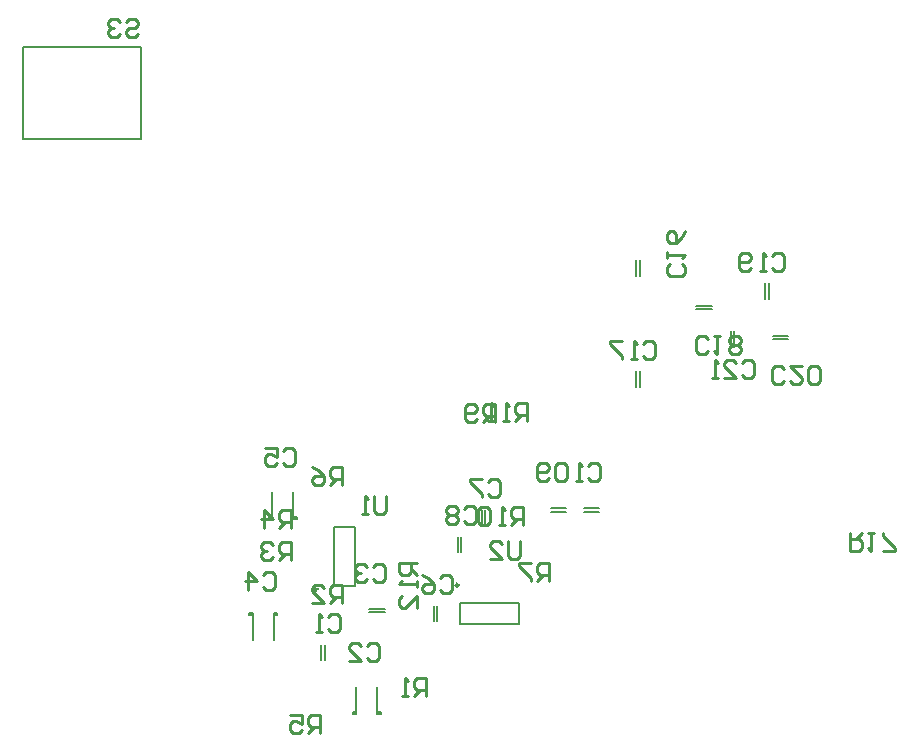
<source format=gbo>
G04 Layer_Color=32896*
%FSLAX25Y25*%
%MOIN*%
G70*
G01*
G75*
%ADD35C,0.01000*%
%ADD72C,0.00984*%
%ADD73C,0.00500*%
%ADD74C,0.00787*%
D35*
X308000Y289498D02*
Y284500D01*
X307000Y283500D01*
X305001D01*
X304001Y284500D01*
Y289498D01*
X298003Y283500D02*
X302002D01*
X298003Y287499D01*
Y288498D01*
X299003Y289498D01*
X301002D01*
X302002Y288498D01*
X263500Y304498D02*
Y299500D01*
X262500Y298500D01*
X260501D01*
X259501Y299500D01*
Y304498D01*
X257502Y298500D02*
X255503D01*
X256502D01*
Y304498D01*
X257502Y303498D01*
X176901Y462498D02*
X177901Y463498D01*
X179900D01*
X180900Y462498D01*
Y461499D01*
X179900Y460499D01*
X177901D01*
X176901Y459499D01*
Y458500D01*
X177901Y457500D01*
X179900D01*
X180900Y458500D01*
X174902Y462498D02*
X173902Y463498D01*
X171903D01*
X170903Y462498D01*
Y461499D01*
X171903Y460499D01*
X172903D01*
X171903D01*
X170903Y459499D01*
Y458500D01*
X171903Y457500D01*
X173902D01*
X174902Y458500D01*
X418200Y292200D02*
Y286202D01*
X421199D01*
X422199Y287202D01*
Y289201D01*
X421199Y290201D01*
X418200D01*
X420199D02*
X422199Y292200D01*
X424198D02*
X426197D01*
X425198D01*
Y286202D01*
X424198Y287202D01*
X429196Y286202D02*
X433195D01*
Y287202D01*
X429196Y291200D01*
Y292200D01*
X273900Y282200D02*
X267902D01*
Y279201D01*
X268902Y278201D01*
X270901D01*
X271901Y279201D01*
Y282200D01*
Y280201D02*
X273900Y278201D01*
Y276202D02*
Y274203D01*
Y275202D01*
X267902D01*
X268902Y276202D01*
X273900Y267205D02*
Y271204D01*
X269901Y267205D01*
X268902D01*
X267902Y268204D01*
Y270204D01*
X268902Y271204D01*
X310300Y329700D02*
Y335698D01*
X307301D01*
X306301Y334698D01*
Y332699D01*
X307301Y331699D01*
X310300D01*
X308301D02*
X306301Y329700D01*
X304302D02*
X302303D01*
X303302D01*
Y335698D01*
X304302Y334698D01*
X299304Y329700D02*
X297304D01*
X298304D01*
Y335698D01*
X299304Y334698D01*
X309200Y294900D02*
Y300898D01*
X306201D01*
X305201Y299898D01*
Y297899D01*
X306201Y296899D01*
X309200D01*
X307201D02*
X305201Y294900D01*
X303202D02*
X301203D01*
X302202D01*
Y300898D01*
X303202Y299898D01*
X298204D02*
X297204Y300898D01*
X295204D01*
X294205Y299898D01*
Y295900D01*
X295204Y294900D01*
X297204D01*
X298204Y295900D01*
Y299898D01*
X299700Y329400D02*
Y335398D01*
X296701D01*
X295701Y334398D01*
Y332399D01*
X296701Y331399D01*
X299700D01*
X297701D02*
X295701Y329400D01*
X293702Y330400D02*
X292702Y329400D01*
X290703D01*
X289703Y330400D01*
Y334398D01*
X290703Y335398D01*
X292702D01*
X293702Y334398D01*
Y333399D01*
X292702Y332399D01*
X289703D01*
X317900Y276200D02*
Y282198D01*
X314901D01*
X313901Y281198D01*
Y279199D01*
X314901Y278199D01*
X317900D01*
X315901D02*
X313901Y276200D01*
X311902Y282198D02*
X307903D01*
Y281198D01*
X311902Y277200D01*
Y276200D01*
X248700Y308400D02*
Y314398D01*
X245701D01*
X244701Y313398D01*
Y311399D01*
X245701Y310399D01*
X248700D01*
X246701D02*
X244701Y308400D01*
X238703Y314398D02*
X240703Y313398D01*
X242702Y311399D01*
Y309400D01*
X241702Y308400D01*
X239703D01*
X238703Y309400D01*
Y310399D01*
X239703Y311399D01*
X242702D01*
X241300Y225800D02*
Y231798D01*
X238301D01*
X237301Y230798D01*
Y228799D01*
X238301Y227799D01*
X241300D01*
X239301D02*
X237301Y225800D01*
X231303Y231798D02*
X235302D01*
Y228799D01*
X233303Y229799D01*
X232303D01*
X231303Y228799D01*
Y226800D01*
X232303Y225800D01*
X234302D01*
X235302Y226800D01*
X231700Y293900D02*
Y299898D01*
X228701D01*
X227701Y298898D01*
Y296899D01*
X228701Y295899D01*
X231700D01*
X229701D02*
X227701Y293900D01*
X222703D02*
Y299898D01*
X225702Y296899D01*
X221703D01*
X231700Y283400D02*
Y289398D01*
X228701D01*
X227701Y288398D01*
Y286399D01*
X228701Y285399D01*
X231700D01*
X229701D02*
X227701Y283400D01*
X225702Y288398D02*
X224702Y289398D01*
X222703D01*
X221703Y288398D01*
Y287399D01*
X222703Y286399D01*
X223703D01*
X222703D01*
X221703Y285399D01*
Y284400D01*
X222703Y283400D01*
X224702D01*
X225702Y284400D01*
X248700Y268900D02*
Y274898D01*
X245701D01*
X244701Y273898D01*
Y271899D01*
X245701Y270899D01*
X248700D01*
X246701D02*
X244701Y268900D01*
X238703D02*
X242702D01*
X238703Y272899D01*
Y273898D01*
X239703Y274898D01*
X241702D01*
X242702Y273898D01*
X276700Y237900D02*
Y243898D01*
X273701D01*
X272701Y242898D01*
Y240899D01*
X273701Y239899D01*
X276700D01*
X274701D02*
X272701Y237900D01*
X270702D02*
X268703D01*
X269702D01*
Y243898D01*
X270702Y242898D01*
X382001Y348998D02*
X383001Y349998D01*
X385000D01*
X386000Y348998D01*
Y345000D01*
X385000Y344000D01*
X383001D01*
X382001Y345000D01*
X376003Y344000D02*
X380002D01*
X376003Y347999D01*
Y348998D01*
X377003Y349998D01*
X379002D01*
X380002Y348998D01*
X374004Y344000D02*
X372005D01*
X373004D01*
Y349998D01*
X374004Y348998D01*
X396249Y343052D02*
X395249Y342052D01*
X393250D01*
X392250Y343052D01*
Y347050D01*
X393250Y348050D01*
X395249D01*
X396249Y347050D01*
X402247Y348050D02*
X398248D01*
X402247Y344051D01*
Y343052D01*
X401247Y342052D01*
X399248D01*
X398248Y343052D01*
X404246D02*
X405246Y342052D01*
X407245D01*
X408245Y343052D01*
Y347050D01*
X407245Y348050D01*
X405246D01*
X404246Y347050D01*
Y343052D01*
X392001Y384698D02*
X393001Y385698D01*
X395000D01*
X396000Y384698D01*
Y380700D01*
X395000Y379700D01*
X393001D01*
X392001Y380700D01*
X390002Y379700D02*
X388003D01*
X389002D01*
Y385698D01*
X390002Y384698D01*
X385004Y380700D02*
X384004Y379700D01*
X382004D01*
X381005Y380700D01*
Y384698D01*
X382004Y385698D01*
X384004D01*
X385004Y384698D01*
Y383699D01*
X384004Y382699D01*
X381005D01*
X370799Y353002D02*
X369799Y352002D01*
X367800D01*
X366800Y353002D01*
Y357000D01*
X367800Y358000D01*
X369799D01*
X370799Y357000D01*
X372798Y358000D02*
X374797D01*
X373798D01*
Y352002D01*
X372798Y353002D01*
X377796D02*
X378796Y352002D01*
X380796D01*
X381795Y353002D01*
Y354001D01*
X380796Y355001D01*
X381795Y356001D01*
Y357000D01*
X380796Y358000D01*
X378796D01*
X377796Y357000D01*
Y356001D01*
X378796Y355001D01*
X377796Y354001D01*
Y353002D01*
X378796Y355001D02*
X380796D01*
X349001Y355298D02*
X350001Y356298D01*
X352000D01*
X353000Y355298D01*
Y351300D01*
X352000Y350300D01*
X350001D01*
X349001Y351300D01*
X347002Y350300D02*
X345003D01*
X346002D01*
Y356298D01*
X347002Y355298D01*
X342004Y356298D02*
X338005D01*
Y355298D01*
X342004Y351300D01*
Y350300D01*
X361998Y381899D02*
X362998Y380899D01*
Y378900D01*
X361998Y377900D01*
X358000D01*
X357000Y378900D01*
Y380899D01*
X358000Y381899D01*
X357000Y383898D02*
Y385897D01*
Y384898D01*
X362998D01*
X361998Y383898D01*
X362998Y392895D02*
X361998Y390896D01*
X359999Y388896D01*
X358000D01*
X357000Y389896D01*
Y391896D01*
X358000Y392895D01*
X358999D01*
X359999Y391896D01*
Y388896D01*
X330701Y314498D02*
X331701Y315498D01*
X333700D01*
X334700Y314498D01*
Y310500D01*
X333700Y309500D01*
X331701D01*
X330701Y310500D01*
X328702Y309500D02*
X326703D01*
X327702D01*
Y315498D01*
X328702Y314498D01*
X323704D02*
X322704Y315498D01*
X320705D01*
X319705Y314498D01*
Y310500D01*
X320705Y309500D01*
X322704D01*
X323704Y310500D01*
Y314498D01*
X319701D02*
X320701Y315498D01*
X322700D01*
X323700Y314498D01*
Y310500D01*
X322700Y309500D01*
X320701D01*
X319701Y310500D01*
X317702D02*
X316702Y309500D01*
X314703D01*
X313703Y310500D01*
Y314498D01*
X314703Y315498D01*
X316702D01*
X317702Y314498D01*
Y313499D01*
X316702Y312499D01*
X313703D01*
X289501Y300198D02*
X290501Y301198D01*
X292500D01*
X293500Y300198D01*
Y296200D01*
X292500Y295200D01*
X290501D01*
X289501Y296200D01*
X287502Y300198D02*
X286502Y301198D01*
X284503D01*
X283503Y300198D01*
Y299199D01*
X284503Y298199D01*
X283503Y297199D01*
Y296200D01*
X284503Y295200D01*
X286502D01*
X287502Y296200D01*
Y297199D01*
X286502Y298199D01*
X287502Y299199D01*
Y300198D01*
X286502Y298199D02*
X284503D01*
X297501Y309198D02*
X298501Y310198D01*
X300500D01*
X301500Y309198D01*
Y305200D01*
X300500Y304200D01*
X298501D01*
X297501Y305200D01*
X295502Y310198D02*
X291503D01*
Y309198D01*
X295502Y305200D01*
Y304200D01*
X281501Y277198D02*
X282501Y278198D01*
X284500D01*
X285500Y277198D01*
Y273200D01*
X284500Y272200D01*
X282501D01*
X281501Y273200D01*
X275503Y278198D02*
X277503Y277198D01*
X279502Y275199D01*
Y273200D01*
X278502Y272200D01*
X276503D01*
X275503Y273200D01*
Y274199D01*
X276503Y275199D01*
X279502D01*
X229001Y319698D02*
X230001Y320698D01*
X232000D01*
X233000Y319698D01*
Y315700D01*
X232000Y314700D01*
X230001D01*
X229001Y315700D01*
X223003Y320698D02*
X227002D01*
Y317699D01*
X225003Y318699D01*
X224003D01*
X223003Y317699D01*
Y315700D01*
X224003Y314700D01*
X226002D01*
X227002Y315700D01*
X222501Y278198D02*
X223501Y279198D01*
X225500D01*
X226500Y278198D01*
Y274200D01*
X225500Y273200D01*
X223501D01*
X222501Y274200D01*
X217503Y273200D02*
Y279198D01*
X220502Y276199D01*
X216503D01*
X259201Y280998D02*
X260201Y281998D01*
X262200D01*
X263200Y280998D01*
Y277000D01*
X262200Y276000D01*
X260201D01*
X259201Y277000D01*
X257202Y280998D02*
X256202Y281998D01*
X254203D01*
X253203Y280998D01*
Y279999D01*
X254203Y278999D01*
X255203D01*
X254203D01*
X253203Y277999D01*
Y277000D01*
X254203Y276000D01*
X256202D01*
X257202Y277000D01*
X257001Y254698D02*
X258001Y255698D01*
X260000D01*
X261000Y254698D01*
Y250700D01*
X260000Y249700D01*
X258001D01*
X257001Y250700D01*
X251003Y249700D02*
X255002D01*
X251003Y253699D01*
Y254698D01*
X252003Y255698D01*
X254002D01*
X255002Y254698D01*
X244001Y264198D02*
X245001Y265198D01*
X247000D01*
X248000Y264198D01*
Y260200D01*
X247000Y259200D01*
X245001D01*
X244001Y260200D01*
X242002Y259200D02*
X240003D01*
X241002D01*
Y265198D01*
X242002Y264198D01*
D72*
X240543Y273654D02*
G03*
X240543Y273654I-492J0D01*
G01*
X287646Y274949D02*
G03*
X287646Y274949I-492J0D01*
G01*
D73*
X366936Y368089D02*
X372064D01*
X366936Y366911D02*
X372064D01*
X391089Y370436D02*
Y375564D01*
X389911Y370436D02*
Y375564D01*
X392436Y356911D02*
X397564D01*
X392436Y358089D02*
X397564D01*
X378411Y354436D02*
Y359564D01*
X379589Y354436D02*
Y359564D01*
X142315Y454272D02*
X181685D01*
X142315Y423760D02*
X181685D01*
Y454272D01*
X142315D02*
X181685D01*
X142315Y423760D02*
Y454272D01*
X348089Y378036D02*
Y383164D01*
X346911Y378036D02*
Y383164D01*
X348089Y341036D02*
Y346164D01*
X346911Y341036D02*
Y346164D01*
X260543Y232276D02*
X261724D01*
X260543Y232669D02*
X261724D01*
Y231882D02*
Y232669D01*
X252276Y232276D02*
X253457D01*
X252276Y232669D02*
X253457D01*
X252276Y231882D02*
Y232669D01*
Y231882D02*
X253457D01*
Y240937D01*
X260543Y231882D02*
Y240937D01*
Y231882D02*
X261724D01*
X329436Y299411D02*
X334564D01*
X329436Y300589D02*
X334564D01*
X318436D02*
X323564D01*
X318436Y299411D02*
X323564D01*
X257936Y265911D02*
X263064D01*
X257936Y267089D02*
X263064D01*
X232543Y297276D02*
X233724D01*
X232543Y297669D02*
X233724D01*
Y296882D02*
Y297669D01*
X224276Y297276D02*
X225457D01*
X224276Y297669D02*
X225457D01*
X224276Y296882D02*
Y297669D01*
Y296882D02*
X225457D01*
Y305937D01*
X232543Y296882D02*
Y305937D01*
Y296882D02*
X233724D01*
X217776Y265224D02*
X218957D01*
X217776Y264831D02*
X218957D01*
X217776D02*
Y265618D01*
X226043Y265224D02*
X227224D01*
X226043Y264831D02*
X227224D01*
Y265618D01*
X226043D02*
X227224D01*
X226043Y256563D02*
Y265618D01*
X218957Y256563D02*
Y265618D01*
X217776D02*
X218957D01*
X296589Y294936D02*
Y300064D01*
X295411Y294936D02*
Y300064D01*
X279411Y262936D02*
Y268064D01*
X280589Y262936D02*
Y268064D01*
X288589Y285936D02*
Y291064D01*
X287411Y285936D02*
Y291064D01*
X241911Y249936D02*
Y255064D01*
X243089Y249936D02*
Y255064D01*
D74*
X245957Y294342D02*
X253043D01*
X245957Y274658D02*
X253043D01*
Y294342D01*
X245957Y274658D02*
Y294342D01*
X307842Y261957D02*
Y269043D01*
X288158Y261957D02*
Y269043D01*
Y261957D02*
X307842D01*
X288158Y269043D02*
X307842D01*
M02*

</source>
